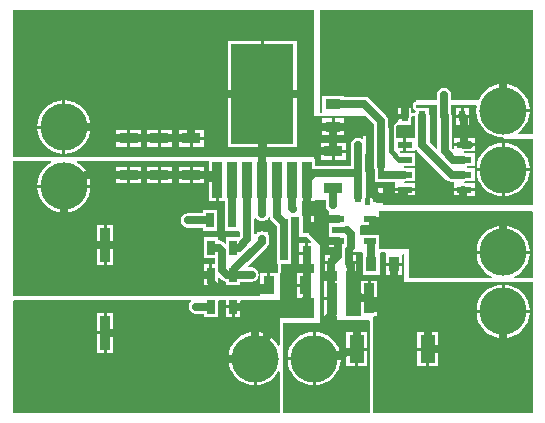
<source format=gtl>
G04 Layer_Physical_Order=1*
G04 Layer_Color=255*
%FSLAX44Y44*%
%MOMM*%
G71*
G01*
G75*
%ADD10R,0.7000X1.3000*%
%ADD11R,0.4500X0.5900*%
%ADD12R,0.9000X1.3000*%
%ADD13R,0.9000X2.8500*%
%ADD14R,0.9000X1.6000*%
%ADD15R,1.6000X0.9000*%
%ADD16R,0.6000X0.9000*%
%ADD17R,0.9000X2.5000*%
%ADD18R,1.3000X2.4000*%
%ADD19R,1.0000X0.5500*%
%ADD20R,1.3000X0.9000*%
%ADD21R,0.8900X3.0600*%
%ADD22R,5.3500X8.5400*%
%ADD23R,0.5500X1.0000*%
%ADD24R,1.1940X0.5590*%
%ADD25C,0.7000*%
%ADD26C,0.4000*%
%ADD27C,0.5000*%
%ADD28C,4.0000*%
%ADD29C,0.4500*%
G36*
X245000Y24102D02*
X245000Y-32000D01*
X229350D01*
X229032Y-30730D01*
X232583Y-28832D01*
X236015Y-26015D01*
X238832Y-22583D01*
X240925Y-18667D01*
X242214Y-14419D01*
X242524Y-11270D01*
X197476D01*
X197786Y-14419D01*
X199075Y-18667D01*
X201168Y-22583D01*
X203985Y-26015D01*
X207417Y-28832D01*
X210968Y-30730D01*
X210650Y-32000D01*
X140898D01*
X140000Y-31102D01*
X140000Y-7000D01*
X115185D01*
X115040Y-5790D01*
X115040Y-5790D01*
X115040Y-5790D01*
Y4790D01*
X99960D01*
X99000Y5538D01*
Y12462D01*
X99960Y13210D01*
X100270Y13210D01*
X106230D01*
Y18500D01*
X107500D01*
Y19770D01*
X115040D01*
Y23730D01*
X115040Y23790D01*
X115185Y25000D01*
X244102D01*
X245000Y24102D01*
D02*
G37*
G36*
X47460Y12595D02*
X47342Y12000D01*
X47460Y11405D01*
Y2960D01*
X53831D01*
X57578Y-787D01*
X57091Y-1960D01*
X54770D01*
Y-11000D01*
Y-20040D01*
X59540D01*
X60000Y-21119D01*
Y-26381D01*
X59540Y-27460D01*
X58730Y-27460D01*
X53770D01*
Y-38000D01*
Y-48540D01*
X58730D01*
X59540Y-48540D01*
X60000Y-49619D01*
Y-65102D01*
X59102Y-66000D01*
X31000D01*
Y-88779D01*
X29730Y-89097D01*
X28832Y-87417D01*
X26015Y-83985D01*
X22583Y-81168D01*
X18667Y-79075D01*
X14419Y-77786D01*
X11270Y-77476D01*
Y-100000D01*
Y-122524D01*
X14419Y-122214D01*
X18667Y-120925D01*
X22583Y-118832D01*
X26015Y-116015D01*
X28832Y-112583D01*
X29730Y-110903D01*
X31000Y-111221D01*
Y-146000D01*
X-195000D01*
X-195000Y-50898D01*
X-194102Y-50000D01*
X-44178Y-50000D01*
X-43793Y-51270D01*
X-44355Y-51645D01*
X-45690Y-53643D01*
X-46158Y-56000D01*
X-45690Y-58357D01*
X-44355Y-60355D01*
X-42357Y-61690D01*
X-40000Y-62158D01*
X-33540D01*
Y-65040D01*
X-21460D01*
Y-56595D01*
X-21342Y-56000D01*
X-21460Y-55405D01*
Y-50898D01*
X-20562Y-50000D01*
X-14540D01*
Y-54730D01*
X-2460D01*
Y-50898D01*
X-1562Y-50000D01*
X31000D01*
Y-28293D01*
X31382Y-27396D01*
X31385Y-27383D01*
X31393Y-27372D01*
X31489Y-26889D01*
X31590Y-26407D01*
X31587Y-26394D01*
X31590Y-26381D01*
Y-20040D01*
X40540D01*
Y-11595D01*
X40658Y-11000D01*
Y12000D01*
X40540Y12595D01*
Y14405D01*
X40658Y15000D01*
X40540Y15595D01*
Y19540D01*
X41000Y20000D01*
X47460D01*
Y12595D01*
D02*
G37*
G36*
X245000Y90000D02*
X232876D01*
X232748Y90512D01*
X232707Y91270D01*
X236015Y93985D01*
X238832Y97417D01*
X240925Y101333D01*
X242214Y105581D01*
X242524Y108730D01*
X220000D01*
Y110000D01*
X218730D01*
Y132524D01*
X215581Y132214D01*
X211333Y130925D01*
X207417Y128832D01*
X203985Y126015D01*
X201168Y122583D01*
X199263Y119018D01*
X198000Y119000D01*
X198000Y119000D01*
X198000Y119000D01*
X176158D01*
Y123000D01*
X175690Y125357D01*
X174355Y127355D01*
X172357Y128690D01*
X170000Y129158D01*
X167643Y128690D01*
X165645Y127355D01*
X164310Y125357D01*
X163842Y123000D01*
Y119000D01*
X146000D01*
Y117507D01*
X145423Y117393D01*
X144583Y116831D01*
X144022Y115991D01*
X143607Y114991D01*
X143410Y114000D01*
Y112938D01*
X143607Y111947D01*
X144169Y111107D01*
X145067Y110209D01*
X145907Y109647D01*
X145771Y108403D01*
X145342Y107590D01*
X142658D01*
X142040Y108705D01*
Y112040D01*
X137770D01*
Y105000D01*
X136500D01*
Y103730D01*
X130960D01*
Y101761D01*
X130658Y100532D01*
X130319Y100422D01*
X129969Y100353D01*
X129842Y100268D01*
X129697Y100221D01*
X128668Y99646D01*
X128397Y99415D01*
X128100Y99216D01*
X127798Y98914D01*
X127236Y98074D01*
X127039Y97083D01*
Y95000D01*
X122738D01*
Y101420D01*
X122270Y103777D01*
X120935Y105775D01*
X107709Y119000D01*
X106855Y119855D01*
X104857Y121189D01*
X102500Y121658D01*
X85040D01*
Y122540D01*
X66960D01*
Y119000D01*
D01*
Y108749D01*
X65928Y107885D01*
X65000Y108116D01*
Y119000D01*
Y195000D01*
X245000D01*
Y90000D01*
D02*
G37*
G36*
X-29090Y52270D02*
X-22100D01*
Y51000D01*
X-20830D01*
Y33160D01*
X-15558D01*
Y17100D01*
X-15540Y17008D01*
Y7960D01*
X-3460D01*
X-2858Y6939D01*
Y3851D01*
X-3669Y3040D01*
X-14540D01*
Y-2092D01*
X-15713Y-2578D01*
X-16645Y-1645D01*
X-18643Y-310D01*
X-21000Y158D01*
X-21460D01*
Y3040D01*
X-33540D01*
Y-5405D01*
X-33658Y-6000D01*
X-33540Y-6595D01*
Y-15040D01*
X-24191D01*
X-24118Y-15404D01*
Y-19960D01*
X-26230D01*
Y-29000D01*
Y-38040D01*
X-21460D01*
Y-31909D01*
X-20287Y-31423D01*
X-18355Y-33355D01*
X-16357Y-34690D01*
X-14540Y-35051D01*
Y-38040D01*
X-2460D01*
Y-35158D01*
X7000D01*
X9357Y-34690D01*
X11355Y-33355D01*
X12690Y-31357D01*
X13158Y-29000D01*
X12690Y-26643D01*
X11355Y-24645D01*
X9357Y-23310D01*
X7000Y-22842D01*
X4527D01*
X4041Y-21668D01*
X20355Y-5355D01*
X21690Y-3357D01*
X22158Y-1000D01*
Y1450D01*
X21690Y3807D01*
X20790Y5153D01*
Y6940D01*
X18655D01*
X18357Y7139D01*
X16000Y7608D01*
X13643Y7139D01*
X13345Y6940D01*
X11210D01*
Y5555D01*
X10728Y5114D01*
X9458Y5674D01*
Y18326D01*
X10728Y18886D01*
X11210Y18445D01*
Y17060D01*
X13345D01*
X13643Y16860D01*
X16000Y16392D01*
X18357Y16860D01*
X18655Y17060D01*
X20790D01*
Y18844D01*
X21535Y19808D01*
X22774Y19632D01*
X23010Y18443D01*
X24345Y16445D01*
X28416Y12375D01*
X28342Y12000D01*
Y-11000D01*
X28460Y-11595D01*
Y-20040D01*
X29000D01*
Y-26381D01*
X28540Y-27460D01*
X22770D01*
Y-38000D01*
X21500D01*
Y-39270D01*
X14460D01*
Y-47000D01*
X-2460D01*
Y-46960D01*
X-14540D01*
Y-47000D01*
X-21460D01*
Y-46960D01*
X-33540D01*
Y-47000D01*
X-195000D01*
Y67000D01*
X-163221D01*
X-162903Y65730D01*
X-164583Y64832D01*
X-168015Y62015D01*
X-170832Y58583D01*
X-172925Y54667D01*
X-174214Y50419D01*
X-174524Y47270D01*
X-129476D01*
X-129786Y50419D01*
X-131075Y54667D01*
X-133168Y58583D01*
X-135985Y62015D01*
X-139417Y64832D01*
X-141097Y65730D01*
X-140779Y67000D01*
X-29090D01*
Y52270D01*
D02*
G37*
G36*
X163842Y105500D02*
X164310Y103143D01*
X164342Y103097D01*
Y78027D01*
X163168Y77541D01*
X157658Y83051D01*
Y105000D01*
X157190Y107357D01*
X157040Y107580D01*
Y112040D01*
X146898D01*
X146000Y112938D01*
Y114000D01*
X146414Y115000D01*
X163842D01*
Y105500D01*
D02*
G37*
G36*
X60000Y105000D02*
X104291D01*
X110422Y98869D01*
Y88390D01*
X108270D01*
Y80850D01*
Y73310D01*
X110422D01*
Y63420D01*
X110891Y61063D01*
X111210Y60585D01*
Y49610D01*
X119635D01*
X120230Y49492D01*
X128067D01*
X128220Y48285D01*
X128220Y48222D01*
Y44220D01*
X145240D01*
Y48285D01*
X136173D01*
X136048Y49555D01*
X138087Y49960D01*
X138617Y50315D01*
X145240D01*
Y60985D01*
X138617D01*
X138087Y61340D01*
X136048Y61745D01*
X136173Y63015D01*
X145240D01*
Y73685D01*
X133334D01*
X132478Y74542D01*
X132964Y75715D01*
X135460D01*
Y81050D01*
Y86385D01*
X129629D01*
Y97083D01*
X129932Y97385D01*
X130960Y97960D01*
Y97960D01*
X130960Y97960D01*
X142040D01*
Y102420D01*
X142190Y102643D01*
X142658Y105000D01*
X145342D01*
Y87613D01*
X145240Y86385D01*
X138000D01*
Y81050D01*
Y75715D01*
X145240D01*
Y76711D01*
X146510Y77096D01*
X147145Y76145D01*
X171995Y51295D01*
X173993Y49960D01*
X176350Y49492D01*
X178607D01*
X178760Y48285D01*
X178760Y48222D01*
Y44220D01*
X195780D01*
Y48285D01*
X186713D01*
X186588Y49555D01*
X188627Y49960D01*
X189157Y50315D01*
X195780D01*
Y60985D01*
X189226D01*
X189149Y61111D01*
X189062Y62440D01*
X189068Y62456D01*
X189679Y63015D01*
X195780D01*
Y73685D01*
X189157D01*
X188627Y74040D01*
X186588Y74445D01*
X186713Y75715D01*
X195780D01*
Y79780D01*
X178760D01*
Y77609D01*
X177587Y77123D01*
X176658Y78051D01*
Y105000D01*
X176189Y107357D01*
X176158Y107403D01*
Y115000D01*
X196766D01*
X197718Y113730D01*
X197351Y110000D01*
X197786Y105581D01*
X199075Y101333D01*
X201168Y97417D01*
X203985Y93985D01*
X207417Y91168D01*
X211333Y89075D01*
X215581Y87786D01*
X220000Y87351D01*
X220059Y87357D01*
X221000Y86504D01*
Y86000D01*
X245000D01*
Y30000D01*
X118040D01*
Y35730D01*
X106960D01*
Y30000D01*
X103040D01*
Y34420D01*
X103190Y34643D01*
X103658Y37000D01*
Y40008D01*
X103618Y40210D01*
Y56949D01*
X103658Y57150D01*
X103190Y59507D01*
X103158Y59553D01*
Y73310D01*
X105730D01*
Y80850D01*
Y88390D01*
X101710D01*
Y86645D01*
X100440Y85966D01*
X99357Y86690D01*
X97000Y87158D01*
X94643Y86690D01*
X92645Y85355D01*
X91311Y83357D01*
X90842Y81000D01*
Y63308D01*
X61090D01*
Y68840D01*
X60000D01*
Y71000D01*
X-195000D01*
Y195000D01*
X60000D01*
Y105000D01*
D02*
G37*
G36*
X90000Y-10000D02*
X100712D01*
X101460Y-10960D01*
Y-29040D01*
X115540D01*
Y-10960D01*
X116288Y-10000D01*
X119712D01*
X120460Y-10960D01*
X120460Y-11270D01*
Y-18730D01*
X134540D01*
Y-11994D01*
X135656Y-11110D01*
X135810Y-11087D01*
X136000Y-11153D01*
Y-35000D01*
X245000D01*
Y-146000D01*
X110898D01*
X110000Y-145102D01*
Y-65000D01*
X110398Y-64040D01*
X113540D01*
Y-50270D01*
X99460D01*
Y-64000D01*
X87000D01*
Y-26040D01*
X88230D01*
Y-19000D01*
Y-11960D01*
X87000D01*
Y-8659D01*
X88173Y-8173D01*
X90000Y-10000D01*
D02*
G37*
G36*
X55370Y33160D02*
X61090D01*
Y34000D01*
X69842D01*
Y30000D01*
X70311Y27643D01*
X71645Y25645D01*
X72689Y24948D01*
X72960Y23790D01*
X72960Y23790D01*
Y19770D01*
X80500D01*
Y17230D01*
X72960D01*
Y13210D01*
Y3710D01*
Y770D01*
X80500D01*
Y-1770D01*
X72960D01*
Y-5790D01*
X79000D01*
Y-11960D01*
X75770D01*
Y-19000D01*
Y-26040D01*
X79000D01*
Y-33960D01*
X76770D01*
Y-49000D01*
Y-64040D01*
X79000D01*
Y-67000D01*
X106102D01*
X107000Y-67898D01*
Y-145000D01*
X106204Y-146000D01*
X34000D01*
Y-70000D01*
X65000D01*
Y4000D01*
X63000Y6000D01*
X59540D01*
Y10730D01*
X53500D01*
Y12000D01*
X52230D01*
Y21040D01*
X50000D01*
Y33160D01*
X52830D01*
Y51000D01*
X55370D01*
Y33160D01*
D02*
G37*
%LPC*%
G36*
X-28770Y-19960D02*
X-33540D01*
Y-27730D01*
X-28770D01*
Y-19960D01*
D02*
G37*
G36*
X73230Y-20270D02*
X68960D01*
Y-26040D01*
X73230D01*
Y-20270D01*
D02*
G37*
G36*
X-109960Y-5020D02*
X-115730D01*
Y-20540D01*
X-109960D01*
Y-5020D01*
D02*
G37*
G36*
X-118270D02*
X-124040D01*
Y-20540D01*
X-118270D01*
Y-5020D01*
D02*
G37*
G36*
X95040Y-20270D02*
X90770D01*
Y-26040D01*
X95040D01*
Y-20270D01*
D02*
G37*
G36*
X134540Y-21270D02*
X128770D01*
Y-29040D01*
X134540D01*
Y-21270D01*
D02*
G37*
G36*
X20230Y-27460D02*
X14460D01*
Y-36730D01*
X20230D01*
Y-27460D01*
D02*
G37*
G36*
X-28770Y-30270D02*
X-33540D01*
Y-38040D01*
X-28770D01*
Y-30270D01*
D02*
G37*
G36*
X51230Y-27460D02*
X45460D01*
Y-36730D01*
X51230D01*
Y-27460D01*
D02*
G37*
G36*
X126230Y-21270D02*
X120460D01*
Y-29040D01*
X126230D01*
Y-21270D01*
D02*
G37*
G36*
X113540Y-33960D02*
X107770D01*
Y-47730D01*
X113540D01*
Y-33960D01*
D02*
G37*
G36*
X115040Y17230D02*
X108770D01*
Y13210D01*
X115040D01*
Y17230D01*
D02*
G37*
G36*
X-22460Y26040D02*
X-34540D01*
Y23158D01*
X-47000D01*
X-49357Y22689D01*
X-51355Y21355D01*
X-52690Y19357D01*
X-53158Y17000D01*
X-52690Y14643D01*
X-51355Y12645D01*
X-49357Y11310D01*
X-47000Y10842D01*
X-34540D01*
Y7960D01*
X-22460D01*
Y16405D01*
X-22342Y17000D01*
X-22460Y17595D01*
Y26040D01*
D02*
G37*
G36*
X-109960Y13040D02*
X-115730D01*
Y-2480D01*
X-109960D01*
Y13040D01*
D02*
G37*
G36*
X59540Y21040D02*
X54770D01*
Y13270D01*
X59540D01*
Y21040D01*
D02*
G37*
G36*
X-23370Y49730D02*
X-29090D01*
Y33160D01*
X-23370D01*
Y49730D01*
D02*
G37*
G36*
X-129476Y44730D02*
X-150730D01*
Y23476D01*
X-147581Y23786D01*
X-143333Y25075D01*
X-139417Y27168D01*
X-135985Y29985D01*
X-133168Y33417D01*
X-131075Y37333D01*
X-129786Y41581D01*
X-129476Y44730D01*
D02*
G37*
G36*
X-153270D02*
X-174524D01*
X-174214Y41581D01*
X-172925Y37333D01*
X-170832Y33417D01*
X-168015Y29985D01*
X-164583Y27168D01*
X-160667Y25075D01*
X-156419Y23786D01*
X-153270Y23476D01*
Y44730D01*
D02*
G37*
G36*
X95040Y-11960D02*
X90770D01*
Y-17730D01*
X95040D01*
Y-11960D01*
D02*
G37*
G36*
X73230D02*
X68960D01*
Y-17730D01*
X73230D01*
Y-11960D01*
D02*
G37*
G36*
X52230Y-12270D02*
X47460D01*
Y-20040D01*
X52230D01*
Y-12270D01*
D02*
G37*
G36*
Y-1960D02*
X47460D01*
Y-9730D01*
X52230D01*
Y-1960D01*
D02*
G37*
G36*
X-118270Y13040D02*
X-124040D01*
Y-2480D01*
X-118270D01*
Y13040D01*
D02*
G37*
G36*
X221270Y12524D02*
Y-8730D01*
X242524D01*
X242214Y-5581D01*
X240925Y-1333D01*
X238832Y2583D01*
X236015Y6015D01*
X232583Y8832D01*
X228667Y10925D01*
X224419Y12214D01*
X221270Y12524D01*
D02*
G37*
G36*
X218730D02*
X215581Y12214D01*
X211333Y10925D01*
X207417Y8832D01*
X203985Y6015D01*
X201168Y2583D01*
X199075Y-1333D01*
X197786Y-5581D01*
X197476Y-8730D01*
X218730D01*
Y12524D01*
D02*
G37*
G36*
X61270Y-77476D02*
Y-98730D01*
X82524D01*
X82214Y-95581D01*
X80925Y-91333D01*
X78832Y-87417D01*
X76015Y-83985D01*
X72583Y-81168D01*
X68667Y-79075D01*
X64419Y-77786D01*
X61270Y-77476D01*
D02*
G37*
G36*
X58730D02*
X55581Y-77786D01*
X51333Y-79075D01*
X47417Y-81168D01*
X43985Y-83985D01*
X41168Y-87417D01*
X39075Y-91333D01*
X37786Y-95581D01*
X37476Y-98730D01*
X58730D01*
Y-77476D01*
D02*
G37*
G36*
X8730D02*
X5581Y-77786D01*
X1333Y-79075D01*
X-2583Y-81168D01*
X-6015Y-83985D01*
X-8832Y-87417D01*
X-10925Y-91333D01*
X-12214Y-95581D01*
X-12524Y-98730D01*
X8730D01*
Y-77476D01*
D02*
G37*
G36*
X-118270Y-79520D02*
X-124040D01*
Y-95040D01*
X-118270D01*
Y-79520D01*
D02*
G37*
G36*
X105040Y-77460D02*
X97270D01*
Y-90730D01*
X105040D01*
Y-77460D01*
D02*
G37*
G36*
X94730D02*
X86960D01*
Y-90730D01*
X94730D01*
Y-77460D01*
D02*
G37*
G36*
X-109960Y-79520D02*
X-115730D01*
Y-95040D01*
X-109960D01*
Y-79520D01*
D02*
G37*
G36*
X82524Y-101270D02*
X61270D01*
Y-122524D01*
X64419Y-122214D01*
X68667Y-120925D01*
X72583Y-118832D01*
X76015Y-116015D01*
X78832Y-112583D01*
X80925Y-108667D01*
X82214Y-104419D01*
X82524Y-101270D01*
D02*
G37*
G36*
X58730D02*
X37476D01*
X37786Y-104419D01*
X39075Y-108667D01*
X41168Y-112583D01*
X43985Y-116015D01*
X47417Y-118832D01*
X51333Y-120925D01*
X55581Y-122214D01*
X58730Y-122524D01*
Y-101270D01*
D02*
G37*
G36*
X8730D02*
X-12524D01*
X-12214Y-104419D01*
X-10925Y-108667D01*
X-8832Y-112583D01*
X-6015Y-116015D01*
X-2583Y-118832D01*
X1333Y-120925D01*
X5581Y-122214D01*
X8730Y-122524D01*
Y-101270D01*
D02*
G37*
G36*
X94730Y-93270D02*
X86960D01*
Y-106540D01*
X94730D01*
Y-93270D01*
D02*
G37*
G36*
X165040D02*
X157270D01*
Y-106540D01*
X165040D01*
Y-93270D01*
D02*
G37*
G36*
X154730D02*
X146960D01*
Y-106540D01*
X154730D01*
Y-93270D01*
D02*
G37*
G36*
X105040D02*
X97270D01*
Y-106540D01*
X105040D01*
Y-93270D01*
D02*
G37*
G36*
X218730Y-37476D02*
X215581Y-37786D01*
X211333Y-39075D01*
X207417Y-41168D01*
X203985Y-43985D01*
X201168Y-47417D01*
X199075Y-51333D01*
X197786Y-55581D01*
X197476Y-58730D01*
X218730D01*
Y-37476D01*
D02*
G37*
G36*
X74230Y-50270D02*
X68460D01*
Y-64040D01*
X74230D01*
Y-50270D01*
D02*
G37*
G36*
X-2460Y-57270D02*
X-7230D01*
Y-65040D01*
X-2460D01*
Y-57270D01*
D02*
G37*
G36*
X221270Y-37476D02*
Y-58730D01*
X242524D01*
X242214Y-55581D01*
X240925Y-51333D01*
X238832Y-47417D01*
X236015Y-43985D01*
X232583Y-41168D01*
X228667Y-39075D01*
X224419Y-37786D01*
X221270Y-37476D01*
D02*
G37*
G36*
X105230Y-33960D02*
X99460D01*
Y-47730D01*
X105230D01*
Y-33960D01*
D02*
G37*
G36*
X74230D02*
X68460D01*
Y-47730D01*
X74230D01*
Y-33960D01*
D02*
G37*
G36*
X51230Y-39270D02*
X45460D01*
Y-48540D01*
X51230D01*
Y-39270D01*
D02*
G37*
G36*
X218730Y-61270D02*
X197476D01*
X197786Y-64419D01*
X199075Y-68667D01*
X201168Y-72583D01*
X203985Y-76015D01*
X207417Y-78832D01*
X211333Y-80925D01*
X215581Y-82214D01*
X218730Y-82524D01*
Y-61270D01*
D02*
G37*
G36*
X165040Y-77460D02*
X157270D01*
Y-90730D01*
X165040D01*
Y-77460D01*
D02*
G37*
G36*
X154730D02*
X146960D01*
Y-90730D01*
X154730D01*
Y-77460D01*
D02*
G37*
G36*
X242524Y-61270D02*
X221270D01*
Y-82524D01*
X224419Y-82214D01*
X228667Y-80925D01*
X232583Y-78832D01*
X236015Y-76015D01*
X238832Y-72583D01*
X240925Y-68667D01*
X242214Y-64419D01*
X242524Y-61270D01*
D02*
G37*
G36*
X-9770Y-57270D02*
X-14540D01*
Y-65040D01*
X-9770D01*
Y-57270D01*
D02*
G37*
G36*
X-109960Y-61460D02*
X-115730D01*
Y-76980D01*
X-109960D01*
Y-61460D01*
D02*
G37*
G36*
X-118270D02*
X-124040D01*
Y-76980D01*
X-118270D01*
Y-61460D01*
D02*
G37*
G36*
X-98270Y93540D02*
X-107540D01*
Y87770D01*
X-98270D01*
Y93540D01*
D02*
G37*
G36*
X195780Y86385D02*
X188540D01*
Y82320D01*
X195780D01*
Y86385D01*
D02*
G37*
G36*
X186000D02*
X178760D01*
Y82320D01*
X186000D01*
Y86385D01*
D02*
G37*
G36*
X-86460Y93540D02*
X-95730D01*
Y87770D01*
X-86460D01*
Y93540D01*
D02*
G37*
G36*
X-45270D02*
X-54540D01*
Y87770D01*
X-45270D01*
Y93540D01*
D02*
G37*
G36*
X-60460D02*
X-69730D01*
Y87770D01*
X-60460D01*
Y93540D01*
D02*
G37*
G36*
X-72270D02*
X-81540D01*
Y87770D01*
X-72270D01*
Y93540D01*
D02*
G37*
G36*
X-86460Y85230D02*
X-95730D01*
Y79460D01*
X-86460D01*
Y85230D01*
D02*
G37*
G36*
X-98270D02*
X-107540D01*
Y79460D01*
X-98270D01*
Y85230D01*
D02*
G37*
G36*
X45290Y122780D02*
X17270D01*
Y78810D01*
X45290D01*
Y122780D01*
D02*
G37*
G36*
X-72270Y85230D02*
X-81540D01*
Y79460D01*
X-72270D01*
Y85230D01*
D02*
G37*
G36*
X-33460D02*
X-42730D01*
Y79460D01*
X-33460D01*
Y85230D01*
D02*
G37*
G36*
X-45270D02*
X-54540D01*
Y79460D01*
X-45270D01*
Y85230D01*
D02*
G37*
G36*
X-60460D02*
X-69730D01*
Y79460D01*
X-60460D01*
Y85230D01*
D02*
G37*
G36*
X-33460Y93540D02*
X-42730D01*
Y87770D01*
X-33460D01*
Y93540D01*
D02*
G37*
G36*
X184230Y112040D02*
X179960D01*
Y106270D01*
X184230D01*
Y112040D01*
D02*
G37*
G36*
X135230D02*
X130960D01*
Y106270D01*
X135230D01*
Y112040D01*
D02*
G37*
G36*
X191040Y103730D02*
X186770D01*
Y97960D01*
X191040D01*
Y103730D01*
D02*
G37*
G36*
Y112040D02*
X186770D01*
Y106270D01*
X191040D01*
Y112040D01*
D02*
G37*
G36*
X45290Y169290D02*
X17270D01*
Y125320D01*
X45290D01*
Y169290D01*
D02*
G37*
G36*
X14730D02*
X-13290D01*
Y125320D01*
X14730D01*
Y169290D01*
D02*
G37*
G36*
X221270Y132524D02*
Y111270D01*
X242524D01*
X242214Y114419D01*
X240925Y118667D01*
X238832Y122583D01*
X236015Y126015D01*
X232583Y128832D01*
X228667Y130925D01*
X224419Y132214D01*
X221270Y132524D01*
D02*
G37*
G36*
X-153270Y118524D02*
X-156419Y118214D01*
X-160667Y116925D01*
X-164583Y114832D01*
X-168015Y112015D01*
X-170832Y108583D01*
X-172925Y104667D01*
X-174214Y100419D01*
X-174524Y97270D01*
X-153270D01*
Y118524D01*
D02*
G37*
G36*
X85040Y95230D02*
X77270D01*
Y89460D01*
X85040D01*
Y95230D01*
D02*
G37*
G36*
X74730D02*
X66960D01*
Y89460D01*
X74730D01*
Y95230D01*
D02*
G37*
G36*
X-150730Y118524D02*
Y97270D01*
X-129476D01*
X-129786Y100419D01*
X-131075Y104667D01*
X-133168Y108583D01*
X-135985Y112015D01*
X-139417Y114832D01*
X-143333Y116925D01*
X-147581Y118214D01*
X-150730Y118524D01*
D02*
G37*
G36*
X184230Y103730D02*
X179960D01*
Y97960D01*
X184230D01*
Y103730D01*
D02*
G37*
G36*
X85040Y103540D02*
X77270D01*
Y97770D01*
X85040D01*
Y103540D01*
D02*
G37*
G36*
X74730D02*
X66960D01*
Y97770D01*
X74730D01*
Y103540D01*
D02*
G37*
G36*
X-86460Y54230D02*
X-95730D01*
Y48460D01*
X-86460D01*
Y54230D01*
D02*
G37*
G36*
X-98270D02*
X-107540D01*
Y48460D01*
X-98270D01*
Y54230D01*
D02*
G37*
G36*
X118040Y44040D02*
X113770D01*
Y38270D01*
X118040D01*
Y44040D01*
D02*
G37*
G36*
X-72270Y54230D02*
X-81540D01*
Y48460D01*
X-72270D01*
Y54230D01*
D02*
G37*
G36*
X-33460D02*
X-42730D01*
Y48460D01*
X-33460D01*
Y54230D01*
D02*
G37*
G36*
X-45270D02*
X-54540D01*
Y48460D01*
X-45270D01*
Y54230D01*
D02*
G37*
G36*
X-60460D02*
X-69730D01*
Y48460D01*
X-60460D01*
Y54230D01*
D02*
G37*
G36*
X135460Y41680D02*
X128220D01*
Y37615D01*
X135460D01*
Y41680D01*
D02*
G37*
G36*
X242524Y58730D02*
X221270D01*
Y37476D01*
X224419Y37786D01*
X228667Y39075D01*
X232583Y41168D01*
X236015Y43985D01*
X238832Y47417D01*
X240925Y51333D01*
X242214Y55581D01*
X242524Y58730D01*
D02*
G37*
G36*
X218730D02*
X197476D01*
X197786Y55581D01*
X199075Y51333D01*
X201168Y47417D01*
X203985Y43985D01*
X207417Y41168D01*
X211333Y39075D01*
X215581Y37786D01*
X218730Y37476D01*
Y58730D01*
D02*
G37*
G36*
X145240Y41680D02*
X138000D01*
Y37615D01*
X145240D01*
Y41680D01*
D02*
G37*
G36*
X111230Y44040D02*
X106960D01*
Y38270D01*
X111230D01*
Y44040D01*
D02*
G37*
G36*
X195780Y41680D02*
X188540D01*
Y37615D01*
X195780D01*
Y41680D01*
D02*
G37*
G36*
X186000D02*
X178760D01*
Y37615D01*
X186000D01*
Y41680D01*
D02*
G37*
G36*
X-98270Y62540D02*
X-107540D01*
Y56770D01*
X-98270D01*
Y62540D01*
D02*
G37*
G36*
X-153270Y94730D02*
X-174524D01*
X-174214Y91581D01*
X-172925Y87333D01*
X-170832Y83417D01*
X-168015Y79985D01*
X-164583Y77168D01*
X-160667Y75075D01*
X-156419Y73786D01*
X-153270Y73476D01*
Y94730D01*
D02*
G37*
G36*
X86540Y74230D02*
X77270D01*
Y68460D01*
X86540D01*
Y74230D01*
D02*
G37*
G36*
X74730D02*
X65460D01*
Y68460D01*
X74730D01*
Y74230D01*
D02*
G37*
G36*
X-129476Y94730D02*
X-150730D01*
Y73476D01*
X-147581Y73786D01*
X-143333Y75075D01*
X-139417Y77168D01*
X-135985Y79985D01*
X-133168Y83417D01*
X-131075Y87333D01*
X-129786Y91581D01*
X-129476Y94730D01*
D02*
G37*
G36*
X14730Y122780D02*
X-13290D01*
Y78810D01*
X14730D01*
Y122780D01*
D02*
G37*
G36*
X86540Y82540D02*
X77270D01*
Y76770D01*
X86540D01*
Y82540D01*
D02*
G37*
G36*
X74730D02*
X65460D01*
Y76770D01*
X74730D01*
Y82540D01*
D02*
G37*
G36*
X-60460Y62540D02*
X-69730D01*
Y56770D01*
X-60460D01*
Y62540D01*
D02*
G37*
G36*
X-72270D02*
X-81540D01*
Y56770D01*
X-72270D01*
Y62540D01*
D02*
G37*
G36*
X-86460D02*
X-95730D01*
Y56770D01*
X-86460D01*
Y62540D01*
D02*
G37*
G36*
X-45270D02*
X-54540D01*
Y56770D01*
X-45270D01*
Y62540D01*
D02*
G37*
G36*
X221270Y82524D02*
Y61270D01*
X242524D01*
X242214Y64419D01*
X240925Y68667D01*
X238832Y72583D01*
X236015Y76015D01*
X232583Y78832D01*
X228667Y80925D01*
X224419Y82214D01*
X221270Y82524D01*
D02*
G37*
G36*
X218730D02*
X215581Y82214D01*
X211333Y80925D01*
X207417Y78832D01*
X203985Y76015D01*
X201168Y72583D01*
X199075Y68667D01*
X197786Y64419D01*
X197476Y61270D01*
X218730D01*
Y82524D01*
D02*
G37*
G36*
X-33460Y62540D02*
X-42730D01*
Y56770D01*
X-33460D01*
Y62540D01*
D02*
G37*
%LPD*%
D10*
X-9500Y17000D02*
D03*
X-28500D02*
D03*
X-8500Y-56000D02*
D03*
X-27500D02*
D03*
X-8500Y-29000D02*
D03*
X-27500D02*
D03*
X-8500Y-6000D02*
D03*
X-27500D02*
D03*
X34500Y-11000D02*
D03*
X53500D02*
D03*
X53500Y12000D02*
D03*
X34500D02*
D03*
D11*
X16000Y1450D02*
D03*
Y22550D02*
D03*
D12*
X108500Y-20000D02*
D03*
X127500D02*
D03*
D13*
X-117000Y-3750D02*
D03*
Y-78250D02*
D03*
D14*
X52500Y-38000D02*
D03*
X21500D02*
D03*
D15*
X-97000Y55500D02*
D03*
Y86500D02*
D03*
X-44000D02*
D03*
Y55500D02*
D03*
X-71000D02*
D03*
Y86500D02*
D03*
X76000Y75500D02*
D03*
Y44500D02*
D03*
D16*
X74500Y-19000D02*
D03*
X89500D02*
D03*
X97500Y37000D02*
D03*
X112500D02*
D03*
X136500Y105000D02*
D03*
X151500D02*
D03*
X170500D02*
D03*
X185500D02*
D03*
D17*
X106500Y-49000D02*
D03*
X75500D02*
D03*
D18*
X96000Y-92000D02*
D03*
X156000D02*
D03*
D19*
X80500Y18500D02*
D03*
Y9000D02*
D03*
Y-500D02*
D03*
X107500Y18500D02*
D03*
Y-500D02*
D03*
D20*
X76000Y115500D02*
D03*
Y96500D02*
D03*
D21*
X-22100Y51000D02*
D03*
X-9400D02*
D03*
X3300D02*
D03*
X16000D02*
D03*
X28700D02*
D03*
X41400D02*
D03*
X54100D02*
D03*
D22*
X16000Y124050D02*
D03*
D23*
X97500Y57150D02*
D03*
X116500D02*
D03*
X107000Y80850D02*
D03*
D24*
X187270Y42950D02*
D03*
Y55650D02*
D03*
Y68350D02*
D03*
Y81050D02*
D03*
X136730Y42950D02*
D03*
Y55650D02*
D03*
Y68350D02*
D03*
Y81050D02*
D03*
D25*
X186270Y35000D02*
Y42950D01*
X113770Y35000D02*
X186270D01*
X220000Y110000D02*
Y134000D01*
X213000Y141000D02*
X220000Y134000D01*
X143000Y141000D02*
X213000D01*
X136500Y134500D02*
X143000Y141000D01*
X136500Y105000D02*
Y134500D01*
X187270Y81050D02*
X190877D01*
X185500Y105000D02*
X187270Y103230D01*
Y81050D02*
Y103230D01*
X116580Y63420D02*
Y101420D01*
X102500Y115500D02*
X116580Y101420D01*
X151500Y80500D02*
X176350Y55650D01*
X151500Y80500D02*
Y105000D01*
X176350Y55650D02*
X186270D01*
X97000Y57150D02*
Y81000D01*
X170000Y105500D02*
X170500Y105000D01*
X170000Y105500D02*
Y123000D01*
X97000Y57150D02*
X97500D01*
X60250D02*
X97000D01*
X97460Y40048D02*
X97500Y40008D01*
X97000Y40508D02*
X97460Y40048D01*
X97000Y40508D02*
Y57150D01*
X97500Y37000D02*
X97500Y37000D01*
Y40008D01*
X170500Y75500D02*
Y105000D01*
Y75500D02*
X177650Y68350D01*
X186270D01*
X207320Y60000D02*
X220000D01*
X112500Y37000D02*
X133000D01*
X135730Y39730D01*
X107040Y53198D02*
Y80810D01*
X107000Y53158D02*
X107040Y53198D01*
X120230Y55650D02*
X135730D01*
X107000Y44000D02*
Y53158D01*
Y80850D02*
X107040Y80810D01*
X76000Y115500D02*
X102500D01*
X107000Y44000D02*
X112500Y38500D01*
Y37000D02*
Y38500D01*
X97460Y40048D02*
Y57110D01*
X97500Y57150D01*
X76000Y96500D02*
X99500D01*
X107000Y89000D01*
Y80850D02*
Y89000D01*
X54100Y51000D02*
X60250Y57150D01*
X220000Y-10000D02*
Y16000D01*
X217000Y19000D02*
X220000Y16000D01*
X185000Y19000D02*
X217000D01*
X180000Y14000D02*
X185000Y19000D01*
X112000Y14000D02*
X180000D01*
X109000Y17000D02*
X112000Y14000D01*
X63000Y-97000D02*
X84000D01*
X60000Y-100000D02*
X63000Y-97000D01*
X84000D02*
X86500Y-94500D01*
X69000Y-68000D02*
X76000Y-61000D01*
X69000Y-68000D02*
X73000Y-72000D01*
X96000D01*
Y-92000D02*
Y-72000D01*
X93500Y-94500D02*
X96000Y-92000D01*
X86500Y-94500D02*
X93500D01*
X76000Y-61000D02*
Y-49500D01*
X66000Y-500D02*
X80500D01*
X79960Y-13540D02*
Y-1040D01*
X89500Y-19000D02*
X91000Y-20500D01*
Y-40000D02*
Y-20500D01*
Y-40000D02*
X100000Y-49000D01*
X127500Y-46500D02*
Y-20000D01*
X119000Y-55000D02*
X127500Y-46500D01*
X112500Y-55000D02*
X119000D01*
X106500Y-49000D02*
X112500Y-55000D01*
X53500Y96500D02*
X76000D01*
X50950Y99050D02*
X53500Y96500D01*
X50950Y99050D02*
Y124050D01*
X16000D02*
X50950D01*
X-44000Y86500D02*
Y106000D01*
X-25950Y124050D01*
X16000D01*
X-152000Y96000D02*
X-120000D01*
X-110500Y86500D01*
X-97000D01*
X-71000D02*
X-44000D01*
X-97000D02*
X-71000D01*
X-66000Y-100000D02*
X10000D01*
X-87750Y-78250D02*
X-66000Y-100000D01*
X-117000Y-78250D02*
X-87750D01*
X-78000Y-29000D02*
X-27500D01*
X-103250Y-3750D02*
X-78000Y-29000D01*
X-117000Y-3750D02*
X-103250D01*
X53500Y-48500D02*
Y-36000D01*
X10000Y-92000D02*
Y-64000D01*
X52500Y-37000D02*
X53500Y-36000D01*
X46000Y-56000D02*
X53500Y-48500D01*
X31000Y-56000D02*
X46000D01*
X20000Y-67000D02*
X31000Y-56000D01*
X20000Y-82000D02*
Y-67000D01*
X10000Y-92000D02*
X20000Y-82000D01*
X10000Y-100000D02*
Y-92000D01*
X76000Y30000D02*
Y44500D01*
X41400Y27600D02*
X42000Y27000D01*
X41400Y27600D02*
Y51000D01*
X-97000Y55500D02*
X-71000D01*
X-133500D02*
X-97000D01*
X-26600D02*
X-22100Y51000D01*
X-44000Y55500D02*
X-26600D01*
X-71000D02*
X-44000D01*
X-143000Y46000D02*
X-133500Y55500D01*
X-152000Y46000D02*
X-143000D01*
X-147250Y-3750D02*
X-117000D01*
X-152000Y1000D02*
X-147250Y-3750D01*
X-152000Y1000D02*
Y46000D01*
X-40000Y-56000D02*
X-27500D01*
X16000Y-1000D02*
Y1450D01*
X-6645Y-23645D02*
X16000Y-1000D01*
X-8500Y-29000D02*
X7000D01*
X-47000Y17000D02*
X-28500D01*
X3300Y1300D02*
Y51000D01*
X108500Y-20000D02*
Y-1500D01*
X156000Y-92000D02*
X214000D01*
X220000Y-86000D01*
Y-60000D01*
X156000Y-92000D02*
Y-63000D01*
X150000Y-57000D02*
X156000Y-63000D01*
X109000Y-57000D02*
X150000D01*
X106500Y-54500D02*
X109000Y-57000D01*
X106500Y-54500D02*
Y-49000D01*
X100000D02*
X106500D01*
X88000Y9000D02*
X91540Y5460D01*
Y-5752D02*
Y5460D01*
X89500Y-7792D02*
X91540Y-5752D01*
X89500Y-19000D02*
Y-7792D01*
X79960Y-1040D02*
X80500Y-500D01*
X74500Y-19000D02*
X79960Y-13540D01*
X74500Y-48000D02*
Y-19000D01*
Y-48000D02*
X76000Y-49500D01*
X53500Y12000D02*
X66000Y-500D01*
X62000Y12000D02*
X68500Y18500D01*
X53500Y12000D02*
X62000D01*
X68500Y18500D02*
X80500D01*
X-18040Y-15002D02*
Y-8960D01*
Y-15002D02*
X-17960Y-15082D01*
Y-25040D02*
Y-15082D01*
X-14000Y-29000D02*
X-8500D01*
X-17960Y-25040D02*
X-14000Y-29000D01*
X-21000Y-6000D02*
X-18040Y-8960D01*
X-27500Y-6000D02*
X-21000D01*
X34500Y-11000D02*
Y12000D01*
X-21460Y-41540D02*
X22500D01*
X-27500Y-35500D02*
X-21460Y-41540D01*
X-27500Y-35500D02*
Y-29000D01*
X-8500Y-56000D02*
X2000D01*
X10000Y-64000D01*
X53500Y-36000D02*
Y-11000D01*
X53500Y12000D02*
X54100Y12600D01*
Y51000D01*
X16000Y124050D02*
X16500Y123550D01*
Y75500D02*
Y123550D01*
Y75500D02*
X76000D01*
Y96500D01*
X28700Y20800D02*
X34500Y15000D01*
X28700Y20800D02*
Y51000D01*
X16000Y22550D02*
Y51000D01*
X-4000Y-6000D02*
X3300Y1300D01*
X-8500Y-6000D02*
X-4000D01*
X-9400Y17100D02*
Y51000D01*
X16000D02*
Y124050D01*
D26*
X125000Y75473D02*
Y99000D01*
Y75473D02*
X132123Y68350D01*
X125000Y99000D02*
X131000Y105000D01*
X136500D01*
D27*
X132123Y68350D02*
X136730D01*
D28*
X-152000Y96000D02*
D03*
X10000Y-100000D02*
D03*
X220000Y-60000D02*
D03*
Y-10000D02*
D03*
X-152000Y46000D02*
D03*
X60000Y-100000D02*
D03*
X220000Y60000D02*
D03*
Y110000D02*
D03*
D29*
X170000Y123000D02*
D03*
X97000Y81000D02*
D03*
X76000Y30000D02*
D03*
X42000Y27000D02*
D03*
X-40000Y-56000D02*
D03*
X7000Y-29000D02*
D03*
X-47000Y17000D02*
D03*
X-2000Y94000D02*
D03*
X10000D02*
D03*
X22000D02*
D03*
X35000D02*
D03*
Y105000D02*
D03*
X22000D02*
D03*
X10000D02*
D03*
X-2000D02*
D03*
Y117000D02*
D03*
X10000D02*
D03*
X22000D02*
D03*
X35000D02*
D03*
Y129000D02*
D03*
X22000D02*
D03*
X10000D02*
D03*
X-2000D02*
D03*
Y141000D02*
D03*
Y153000D02*
D03*
X10000D02*
D03*
Y141000D02*
D03*
X22000D02*
D03*
Y153000D02*
D03*
X35000D02*
D03*
Y141000D02*
D03*
M02*

</source>
